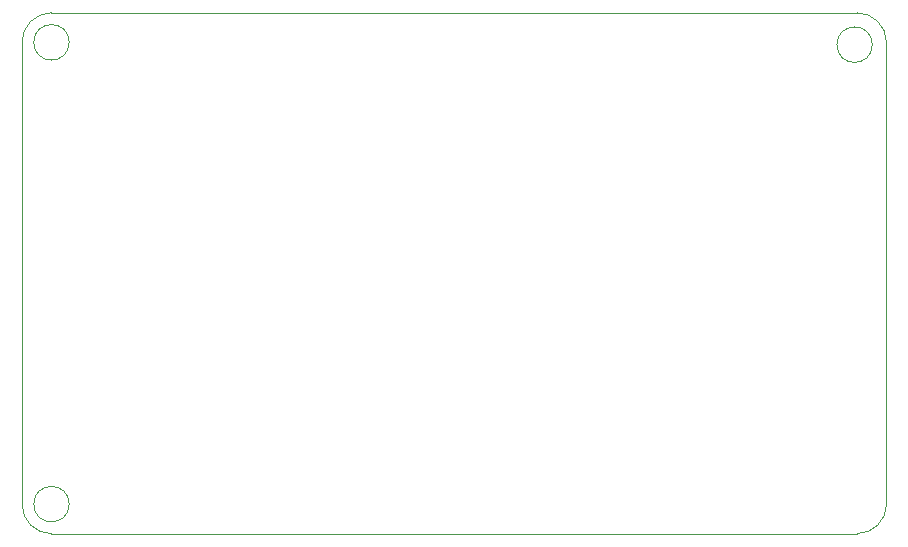
<source format=gbr>
%TF.GenerationSoftware,KiCad,Pcbnew,9.0.7*%
%TF.CreationDate,2026-02-04T09:14:49-08:00*%
%TF.ProjectId,BasicDatalogger,42617369-6344-4617-9461-6c6f67676572,rev?*%
%TF.SameCoordinates,Original*%
%TF.FileFunction,Profile,NP*%
%FSLAX46Y46*%
G04 Gerber Fmt 4.6, Leading zero omitted, Abs format (unit mm)*
G04 Created by KiCad (PCBNEW 9.0.7) date 2026-02-04 09:14:49*
%MOMM*%
%LPD*%
G01*
G04 APERTURE LIST*
%TA.AperFunction,Profile*%
%ADD10C,0.050000*%
%TD*%
G04 APERTURE END LIST*
D10*
X73400000Y-31800000D02*
G75*
G02*
X75900000Y-29300000I2500000J0D01*
G01*
X146600000Y-70900000D02*
G75*
G02*
X144100000Y-73400000I-2500000J0D01*
G01*
X73400000Y-70900000D02*
X73400000Y-31800000D01*
X144100000Y-73400000D02*
X75900000Y-73400000D01*
X146600000Y-31800000D02*
X146600000Y-70900000D01*
X145400000Y-32000000D02*
G75*
G02*
X142400000Y-32000000I-1500000J0D01*
G01*
X142400000Y-32000000D02*
G75*
G02*
X145400000Y-32000000I1500000J0D01*
G01*
X144100000Y-29300000D02*
G75*
G02*
X146600000Y-31800000I0J-2500000D01*
G01*
X75900000Y-73400000D02*
G75*
G02*
X73400000Y-70900000I0J2500000D01*
G01*
X77400000Y-31800000D02*
G75*
G02*
X74400000Y-31800000I-1500000J0D01*
G01*
X74400000Y-31800000D02*
G75*
G02*
X77400000Y-31800000I1500000J0D01*
G01*
X77400000Y-70900000D02*
G75*
G02*
X74400000Y-70900000I-1500000J0D01*
G01*
X74400000Y-70900000D02*
G75*
G02*
X77400000Y-70900000I1500000J0D01*
G01*
X75900000Y-29300000D02*
X144100000Y-29300000D01*
M02*

</source>
